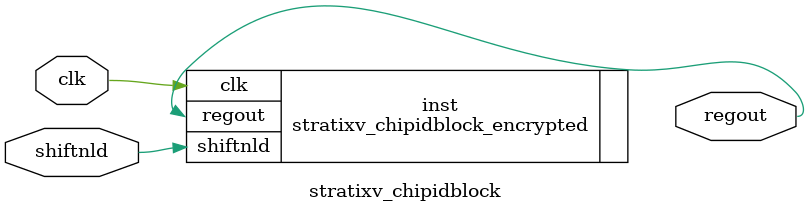
<source format=v>
module    stratixv_chipidblock    (
    clk,
    shiftnld,
    regout);
    parameter    lpm_type    =    "stratixv_chipidblock";
    input    clk;
    input    shiftnld;
    output    regout;
    stratixv_chipidblock_encrypted inst (
        .clk(clk),
        .shiftnld(shiftnld),
        .regout(regout) );
    defparam inst.lpm_type = lpm_type;
endmodule
</source>
